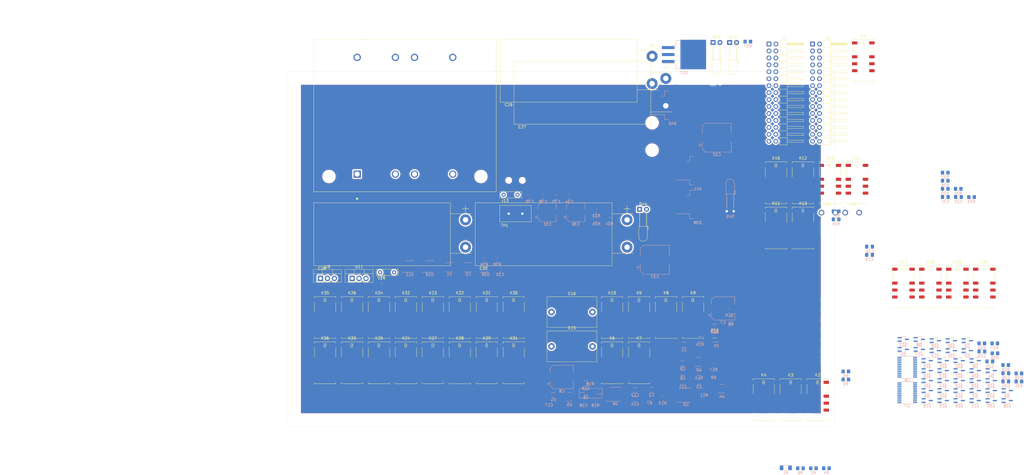
<source format=kicad_pcb>
(kicad_pcb (version 20211014) (generator pcbnew)
  (layers (0 "F.Cu" signal) (31 "B.Cu" signal) (34 "B.Paste" user) (35 "F.Paste" user) (36 "B.SilkS" user "B.Silkscreen") (37 "F.SilkS" user "F.Silkscreen") (38 "B.Mask" user) (39 "F.Mask" user) (44 "Edge.Cuts" user))
  (net 0 "")
  (net 1 "GND")
  (net 2 "+15V")
  (net 3 "-15V")
  (net 4 "Net-(C15-Pad2)")
  (net 5 "/Scope Meas Selector/input_2a")
  (net 6 "Net-(C16-Pad2)")
  (net 7 "/Ammeter and Charge Integrator/charge_int_output")
  (net 8 "Net-(C17-Pad1)")
  (net 9 "Net-(C18-Pad2)")
  (net 10 "/Ammeter and Charge Integrator/ammeter_meas_output")
  (net 11 "/scope_1_n")
  (net 12 "Net-(C19-Pad1)")
  (net 13 "/scope_2_n")
  (net 14 "Net-(C20-Pad1)")
  (net 15 "/ext_meas_phiqi")
  (net 16 "Net-(C21-Pad1)")
  (net 17 "/ext_meas_dut")
  (net 18 "Net-(C22-Pad1)")
  (net 19 "/Power Supplies/unreg_pos_18VDC")
  (net 20 "/Power Supplies/unreg_neg_18VDC")
  (net 21 "+5V")
  (net 22 "Net-(C35-Pad1)")
  (net 23 "+12V")
  (net 24 "Net-(C38-Pad2)")
  (net 25 "3x_gain_en_r")
  (net 26 "dut_sel_10_s")
  (net 27 "3x_gain_en_s")
  (net 28 "dut_sel_14_s")
  (net 29 "dut_sel_13_s")
  (net 30 "cur_volt_mode_sel_s")
  (net 31 "dut_sel_11_s")
  (net 32 "cur_volt_mode_sel_r")
  (net 33 "ext_acdc_n_r")
  (net 34 "dut_sel_1_r")
  (net 35 "dut_sel_10_r")
  (net 36 "dut_sel_11_r")
  (net 37 "Net-(D37-Pad2)")
  (net 38 "Net-(D38-Pad2)")
  (net 39 "Net-(D42-Pad1)")
  (net 40 "Net-(D43-Pad1)")
  (net 41 "Net-(D44-Pad1)")
  (net 42 "Net-(D45-Pad2)")
  (net 43 "Net-(F1-Pad2)")
  (net 44 "Net-(F2-Pad2)")
  (net 45 "/ps_n")
  (net 46 "/ps_p")
  (net 47 "/wg_2")
  (net 48 "/wg_1")
  (net 49 "/trig_2")
  (net 50 "/trig_1")
  (net 51 "/DIO_8")
  (net 52 "/DIO_0")
  (net 53 "/DIO_9")
  (net 54 "/DIO_1")
  (net 55 "/DIO_10")
  (net 56 "/DIO_2")
  (net 57 "/DIO_11")
  (net 58 "/DIO_3")
  (net 59 "/DIO_12")
  (net 60 "/DIO_4")
  (net 61 "/DIO_13")
  (net 62 "/DIO_5")
  (net 63 "/DIO_14")
  (net 64 "/DIO_6")
  (net 65 "/DIO_15")
  (net 66 "/DIO_7")
  (net 67 "Net-(J10-Pad1)")
  (net 68 "Net-(J13-Pad1)")
  (net 69 "Net-(J14-Pad1)")
  (net 70 "/ext_source")
  (net 71 "/Impedance Analyzer/impa_input")
  (net 72 "/Ammeter and Charge Integrator/IV_src_output")
  (net 73 "Net-(K2-Pad3)")
  (net 74 "Net-(K2-Pad4)")
  (net 75 "Net-(K2-Pad5)")
  (net 76 "Net-(K2-Pad8)")
  (net 77 "Net-(K2-Pad9)")
  (net 78 "Net-(K2-Pad10)")
  (net 79 "Net-(K3-Pad4)")
  (net 80 "Net-(K3-Pad8)")
  (net 81 "Net-(K3-Pad9)")
  (net 82 "Net-(K3-Pad10)")
  (net 83 "Net-(K5-Pad4)")
  (net 84 "Net-(K5-Pad8)")
  (net 85 "Net-(K6-Pad8)")
  (net 86 "Net-(K6-Pad9)")
  (net 87 "/Ammeter and Charge Integrator/ammeter_output")
  (net 88 "Net-(K7-Pad5)")
  (net 89 "Net-(K8-Pad3)")
  (net 90 "Net-(K8-Pad4)")
  (net 91 "Net-(K10-Pad5)")
  (net 92 "Net-(K8-Pad9)")
  (net 93 "Net-(K10-Pad10)")
  (net 94 "/Ammeter and Charge Integrator/ammeter_input")
  (net 95 "Net-(K10-Pad9)")
  (net 96 "Net-(K10-Pad4)")
  (net 97 "Net-(K10-Pad3)")
  (net 98 "Net-(K11-Pad3)")
  (net 99 "Net-(K11-Pad10)")
  (net 100 "Net-(J6-Pad1)")
  (net 101 "Net-(J8-Pad1)")
  (net 102 "Net-(J9-Pad1)")
  (net 103 "Net-(J12-Pad1)")
  (net 104 "Net-(K15-Pad4)")
  (net 105 "Net-(K15-Pad9)")
  (net 106 "/ad2_cal_scope_p")
  (net 107 "Net-(K17-Pad4)")
  (net 108 "Net-(K17-Pad9)")
  (net 109 "Net-(K18-Pad4)")
  (net 110 "Net-(K18-Pad9)")
  (net 111 "+3V8")
  (net 112 "Net-(R28-Pad1)")
  (net 113 "Net-(R30-Pad1)")
  (net 114 "Net-(R31-Pad1)")
  (net 115 "Net-(R32-Pad1)")
  (net 116 "Net-(T1-Pad1)")
  (net 117 "Net-(U2-Pad3)")
  (net 118 "Net-(U5-Pad3)")
  (net 119 "/Relay Driver/sd_a_to_b")
  (net 120 "Net-(U7-Pad10)")
  (net 121 "Net-(U8-Pad10)")
  (footprint "Capacitor_THT:C_Rect_L18.0mm_W11.0mm_P15.00mm_FKS3_FKP3" (layer "F.Cu") (at 121.57 125.6)
    (fp_text reference "C15")
    (fp_text value "1u")
  )
  (footprint "Capacitor_THT:C_Rect_L18.0mm_W11.0mm_P15.00mm_FKS3_FKP3" (layer "F.Cu") (at 121.57 113.05)
    (fp_text reference "C16")
    (fp_text value "1u")
  )
  (footprint "MAGI_Footprints:d=22_L=50_Radial_Horiz_P=10" (layer "F.Cu") (at 107.874999 44.395)
    (fp_text reference "C27")
    (fp_text value "4.7m")
  )
  (footprint "MAGI_Footprints:d=22_L=50_Radial_Horiz_P=10" (layer "F.Cu") (at 34.654999 96.085)
    (fp_text reference "C28")
    (fp_text value "4.7m")
  )
  (footprint "MAGI_Footprints:d=22_L=50_Radial_Horiz_P=10" (layer "F.Cu") (at 102.874999 36.295)
    (fp_text reference "C29")
    (fp_text value "4.7m")
  )
  (footprint "MAGI_Footprints:d=22_L=50_Radial_Horiz_P=10" (layer "F.Cu") (at 93.714999 96.085)
    (fp_text reference "C30")
    (fp_text value "4.7m")
  )
  (footprint "Capacitor_SMD:C_0805_2012Metric_Pad1.18x1.45mm_HandSolder" (layer "F.Cu") (at 59.41 101.74)
    (fp_text reference "C40")
    (fp_text value "4.7u")
  )
  (footprint "LED_THT:LED_D3.0mm_Horizontal_O6.35mm_Z2.0mm" (layer "F.Cu") (at 186.7 14.51)
    (fp_text reference "D42")
    (fp_text value "LED")
  )
  (footprint "LED_THT:LED_D3.0mm_Horizontal_O6.35mm_Z2.0mm" (layer "F.Cu") (at 180.65 14.51)
    (fp_text reference "D43")
    (fp_text value "LED")
  )
  (footprint "LED_THT:LED_D3.0mm_Horizontal_O6.35mm_Z2.0mm" (layer "F.Cu") (at 153.8 75.48)
    (fp_text reference "D44")
    (fp_text value "LED")
  )
  (footprint "Connector_PinHeader_2.54mm:PinHeader_2x15_P2.54mm_Horizontal" (layer "F.Cu") (at 201.08 15.06)
    (fp_text reference "J1")
    (fp_text value "AD2 Connector")
  )
  (footprint "Connector_PinHeader_2.54mm:PinHeader_2x15_P2.54mm_Horizontal" (layer "F.Cu") (at 217.03 15.06)
    (fp_text reference "J2")
    (fp_text value "AD2 Connector")
  )
  (footprint "digikey-footprints:Test_Jack_Horiz" (layer "F.Cu") (at 231.52 76.7)
    (fp_text reference "J10")
    (fp_text value "105-1102-001")
  )
  (footprint "digikey-footprints:Test_Jack_Horiz" (layer "F.Cu") (at 222.81 76.7)
    (fp_text reference "J11")
    (fp_text value "105-1102-001")
  )
  (footprint "MAGI_Footprints:p250_spade" (layer "F.Cu") (at 106.622 70.305)
    (fp_text reference "J13")
    (fp_text value "Hot_Spade")
  )
  (footprint "MAGI_Footprints:p250_spade" (layer "F.Cu") (at 61.502 98.665)
    (fp_text reference "J14")
    (fp_text value "Neutral_Spade")
  )
  (footprint "Relay_SMD:Relay_DPDT_Kemet_EE2_NUH" (layer "F.Cu") (at 235.58 21.01)
    (fp_text reference "K1")
    (fp_text value "External Source Enable")
  )
  (footprint "Relay_SMD:Relay_DPDT_Kemet_EE2_NUH" (layer "F.Cu") (at 218.89 145.09)
    (fp_text reference "K2")
    (fp_text value "EC2-12SNU")
  )
  (footprint "Relay_SMD:Relay_DPDT_Kemet_EE2_NUH" (layer "F.Cu") (at 209.04 145.09)
    (fp_text reference "K3")
    (fp_text value "EC2-12SNU")
  )
  (footprint "Relay_SMD:Relay_DPDT_Kemet_EE2_NUH" (layer "F.Cu") (at 199.19 145.09)
    (fp_text reference "K4")
    (fp_text value "EC2-12SNU")
  )
  (footprint "Relay_SMD:Relay_DPDT_Kemet_EE2_NUH" (layer "F.Cu") (at 153.62 115.05)
    (fp_text reference "K5")
    (fp_text value "Integrator Reset")
  )
  (footprint "Relay_SMD:Relay_DPDT_Kemet_EE2_NUH" (layer "F.Cu") (at 143.77 131.6)
    (fp_text reference "K6")
    (fp_text value "I/V Mode Select")
  )
  (footprint "Relay_SMD:Relay_DPDT_Kemet_EE2_NUH" (layer "F.Cu") (at 153.62 131.6)
    (fp_text reference "K7")
    (fp_text value "3x Gain Enable")
  )
  (footprint "Relay_SMD:Relay_DPDT_Kemet_EE2_NUH" (layer "F.Cu") (at 163.47 115.05)
    (fp_text reference "K8")
    (fp_text value "Shunt Select")
  )
  (footprint "Relay_SMD:Relay_DPDT_Kemet_EE2_NUH" (layer "F.Cu") (at 173.32 115.05)
    (fp_text reference "K9")
    (fp_text value "Shunt/Sense Select")
  )
  (footprint "Relay_SMD:Relay_DPDT_Kemet_EE2_NUH" (layer "F.Cu") (at 143.77 115.05)
    (fp_text reference "K10")
    (fp_text value "Sense Select")
  )
  (footprint "Relay_SMD:Relay_DPDT_Kemet_EE2_NUH" (layer "F.Cu") (at 203.68 82.33)
    (fp_text reference "K11")
    (fp_text value "50 Ohm Ena")
  )
  (footprint "Relay_SMD:Relay_DPDT_Kemet_EE2_NUH" (layer "F.Cu") (at 213.53 65.78)
    (fp_text reference "K12")
    (fp_text value "Single/Diff Switch")
  )
  (footprint "Relay_SMD:Relay_DPDT_Kemet_EE2_NUH" (layer "F.Cu") (at 213.53 82.33)
    (fp_text reference "K13")
    (fp_text value "AC/DC Couple")
  )
  (footprint "Relay_SMD:Relay_DPDT_Kemet_EE2_NUH" (layer "F.Cu") (at 233.23 65.78)
    (fp_text reference "K14")
    (fp_text value "AC/DC Couple A")
  )
  (footprint "Relay_SMD:Relay_DPDT_Kemet_EE2_NUH" (layer "F.Cu") (at 223.38 65.78)
    (fp_text reference "K15")
    (fp_text value "Ext Meas Sel B")
  )
  (footprint "Relay_SMD:Relay_DPDT_Kemet_EE2_NUH" (layer "F.Cu") (at 203.68 65.78)
    (fp_text reference "K16")
    (fp_text value "Ext Meas Sel A")
  )
  (footprint "Relay_SMD:Relay_DPDT_Kemet_EE2_NUH" (layer "F.Cu") (at 250.26 103.74)
    (fp_text reference "K17")
    (fp_text value "6x1 Mux Sel A")
  )
  (footprint "Relay_SMD:Relay_DPDT_Kemet_EE2_NUH" (layer "F.Cu") (at 260.11 103.74)
    (fp_text reference "K18")
    (fp_text value "6x1 Mux Sel B")
  )
  (footprint "Relay_SMD:Relay_DPDT_Kemet_EE2_NUH" (layer "F.Cu") (at 269.96 103.74)
    (fp_text reference "K19")
    (fp_text value "6x1 Mux Sel C")
  )
  (footprint "Relay_SMD:Relay_DPDT_Kemet_EE2_NUH" (layer "F.Cu") (at 279.81 103.74)
    (fp_text reference "K20")
    (fp_text value "6x1 Mux Sel C")
  )
  (footprint "Relay_SMD:Relay_DPDT_Kemet_EE2_NUH" (layer "F.Cu") (at 97.93 115.05)
    (fp_text reference "K21")
    (fp_text value "EC2-12SNU")
  )
  (footprint "Relay_SMD:Relay_DPDT_Kemet_EE2_NUH" (layer "F.Cu") (at 88.08 115.05)
    (fp_text reference "K22")
    (fp_text value "EC2-12SNU")
  )
  (footprint "Relay_SMD:Relay_DPDT_Kemet_EE2_NUH" (layer "F.Cu") (at 78.23 115.05)
    (fp_text reference "K23")
    (fp_text value "EC2-12SNU")
  )
  (footprint "Relay_SMD:Relay_DPDT_Kemet_EE2_NUH" (layer "F.Cu") (at 68.38 131.6)
    (fp_text reference "K24")
    (fp_text value "EC2-12SNU")
  )
  (footprint "Relay_SMD:Relay_DPDT_Kemet_EE2_NUH" (layer "F.Cu") (at 58.53 131.6)
    (fp_text reference "K25")
    (fp_text value "EC2-12SNU")
  )
  (footprint "Relay_SMD:Relay_DPDT_Kemet_EE2_NUH" (layer "F.Cu") (at 48.68 115.05)
    (fp_text reference "K26")
    (fp_text value "EC2-12SNU")
  )
  (footprint "Relay_SMD:Relay_DPDT_Kemet_EE2_NUH" (layer "F.Cu") (at 78.23 131.6)
    (fp_text reference "K27")
    (fp_text value "EC2-12SNU")
  )
  (footprint "Relay_SMD:Relay_DPDT_Kemet_EE2_NUH" (layer "F.Cu") (at 88.08 131.6)
    (fp_text reference "K28")
    (fp_text value "EC2-12SNU")
  )
  (footprint "Relay_SMD:Relay_DPDT_Kemet_EE2_NUH" (layer "F.Cu") (at 97.93 131.6)
    (fp_text reference "K29")
    (fp_text value "EC2-12SNU")
  )
  (footprint "Relay_SMD:Relay_DPDT_Kemet_EE2_NUH" (layer "F.Cu") (at 107.78 115.05)
    (fp_text reference "K30")
    (fp_text value "EC2-12SNU")
  )
  (footprint "Relay_SMD:Relay_DPDT_Kemet_EE2_NUH" (layer "F.Cu") (at 107.78 131.6)
    (fp_text reference "K31")
    (fp_text value "EC2-12SNU")
  )
  (footprint "Relay_SMD:Relay_DPDT_Kemet_EE2_NUH" (layer "F.Cu") (at 68.38 115.05)
    (fp_text reference "K32")
    (fp_text value "EC2-12SNU")
  )
  (footprint "Relay_SMD:Relay_DPDT_Kemet_EE2_NUH" (layer "F.Cu") (at 48.68 131.6)
    (fp_text reference "K33")
    (fp_text value "EC2-12SNU")
  )
  (footprint "Relay_SMD:Relay_DPDT_Kemet_EE2_NUH" (layer "F.Cu") (at 58.53 115.05)
    (fp_text reference "K34")
    (fp_text value "EC2-12SNU")
  )
  (footprint "Relay_SMD:Relay_DPDT_Kemet_EE2_NUH" (layer "F.Cu") (at 38.83 115.05)
    (fp_text reference "K35")
    (fp_text value "EC2-12SNU")
  )
  (footprint "Relay_SMD:Relay_DPDT_Kemet_EE2_NUH" (layer "F.Cu") (at 38.83 131.6)
    (fp_text reference "K36")
    (fp_text value "EC2-12SNU")
  )
  (footprint "Resistor_SMD:R_1206_3216Metric_Pad1.30x1.75mm_HandSolder" (layer "F.Cu") (at 181.22 121.62)
    (fp_text reference "R12")
    (fp_text value "1M")
  )
  (footprint "MAGI_Footprints:XFMR_VPP28-1060" (layer "F.Cu") (at 68.0175 41.2849)
    (fp_text reference "T1")
    (fp_text value "VPP28-1060")
  )
  (footprint "MAGI_Footprints:NTC d=11.5 p=5mm w=6mm" (layer "F.Cu") (at 108.435 77.085)
    (fp_text reference "TH1")
    (fp_text value "3.5A max <130C")
  )
  (footprint "Package_TO_SOT_THT:TO-220-3_Vertical" (layer "F.Cu") (at 37.14 100.76)
    (fp_text reference "U9")
    (fp_text value "LT1086-5.0")
  )
  (footprint "Package_TO_SOT_THT:TO-220-3_Vertical" (layer "F.Cu") (at 48.69 100.76)
    (fp_text reference "U11")
    (fp_text value "LT1086-12")
  )
  (footprint "Capacitor_SMD:C_1206_3216Metric_Pad1.33x1.80mm_HandSolder" (layer "B.Cu") (at 170 125)
    (fp_text reference "C1")
    (fp_text value "100n")
  )
  (footprint "Capacitor_SMD:C_1206_3216Metric_Pad1.33x1.80mm_HandSolder" (layer "B.Cu") (at 158.14 141.55)
    (fp_text reference "C2")
    (fp_text value "100n")
  )
  (footprint "Capacitor_SMD:C_1206_3216Metric_Pad1.33x1.80mm_HandSolder" (layer "B.Cu") (at 175.56 138.55)
    (fp_text reference "C3")
    (fp_text value "100n")
  )
  (footprint "Capacitor_SMD:C_1206_3216Metric_Pad1.33x1.80mm_HandSolder" (layer "B.Cu") (at 122.3 143.4)
    (fp_text reference "C4")
    (fp_text value "100n")
  )
  (footprint "Capacitor_SMD:C_1206_3216Metric_Pad1.33x1.80mm_HandSolder" (layer "B.Cu") (at 169.55 135.2)
    (fp_text reference "C5")
    (fp_text value "100n")
  )
  (footprint "Capacitor_SMD:C_1206_3216Metric_Pad1.33x1.80mm_HandSolder" (layer "B.Cu") (at 134.13 142.45)
    (fp_text reference "C6")
    (fp_text value "100n")
  )
  (footprint "Capacitor_SMD:CP_Elec_8x10" (layer "B.Cu") (at 184.305 111.7)
    (fp_text reference "C7")
    (fp_text value "100u")
  )
  (footprint "Capacitor_SMD:CP_Elec_8x10" (layer "B.Cu") (at 125.355 136.8)
    (fp_text reference "C8")
    (fp_text value "100u")
  )
  (footprint "Capacitor_SMD:C_1206_3216Metric_Pad1.33x1.80mm_HandSolder" (layer "B.Cu") (at 169.55 131.85)
    (fp_text reference "C9")
    (fp_text value "100n")
  )
  (footprint "Capacitor_SMD:C_1206_3216Metric_Pad1.33x1.80mm_HandSolder" (layer "B.Cu") (at 134.13 139.1)
    (fp_text reference "C10")
    (fp_text value "100n")
  )
  (footprint "Capacitor_SMD:C_1206_3216Metric_Pad1.33x1.80mm_HandSolder" (layer "B.Cu") (at 169.55 138.55)
    (fp_text reference "C11")
    (fp_text value "100n")
  )
  (footprint "Capacitor_SMD:C_1206_3216Metric_Pad1.33x1.80mm_HandSolder" (layer "B.Cu") (at 152.13 141.55)
    (fp_text reference "C12")
    (fp_text value "100n")
  )
  (footprint "Capacitor_SMD:C_1206_3216Metric_Pad1.33x1.80mm_HandSolder" (layer "B.Cu") (at 181.25 118.3)
    (fp_text reference "C13")
    (fp_text value "100n")
  )
  (footprint "Capacitor_SMD:C_1206_3216Metric_Pad1.33x1.80mm_HandSolder" (layer "B.Cu") (at 152.13 144.9)
    (fp_text reference "C14")
    (fp_text value "100n")
  )
  (footprint "Capacitor_SMD:C_0201_0603Metric_Pad0.64x0.40mm_HandSolder" (layer "B.Cu") (at 120.7 145.95)
    (fp_text reference "C17")
    (fp_text value "33p")
  )
  (footprint "Capacitor_SMD:C_0603_1608Metric_Pad1.08x0.95mm_HandSolder" (layer "B.Cu") (at 133.29 145.75)
    (fp_text reference "C18")
    (fp_text value "6.2p")
  )
  (footprint "Capacitor_SMD:C_0805_2012Metric_Pad1.18x1.45mm_HandSolder" (layer "B.Cu") (at 237.86 92.15)
    (fp_text reference "C19")
    (fp_text value "C_Small")
  )
  (footprint "Capacitor_SMD:C_0805_2012Metric_Pad1.18x1.45mm_HandSolder" (layer "B.Cu") (at 237.86 89.14)
    (fp_text reference "C20")
    (fp_text value "C_Small")
  )
  (footprint "Capacitor_SMD:C_0805_2012Metric_Pad1.18x1.45mm_HandSolder" (layer "B.Cu") (at 265.56 70.99)
    (fp_text reference "C21")
    (fp_text value "C_Small")
  )
  (footprint "Capacitor_SMD:C_0805_2012Metric_Pad1.18x1.45mm_HandSolder" (layer "B.Cu") (at 270.37 70.99)
    (fp_text reference "C22")
    (fp_text value "C_Small")
  )
  (footprint "Capacitor_SMD:C_0805_2012Metric_Pad1.18x1.45mm_HandSolder" (layer "B.Cu") (at 278.92 127.47)
    (fp_text reference "C23")
    (fp_text value "10u")
  )
  (footprint "Capacitor_SMD:C_0805_2012Metric_Pad1.18x1.45mm_HandSolder" (layer "B.Cu") (at 287.67 138.42)
    (fp_text reference "C24")
    (fp_text value "10u")
  )
  (footprint "Capacitor_SMD:C_0805_2012Metric_Pad1.18x1.45mm_HandSolder" (layer "B.Cu") (at 281.82 131.12)
    (fp_text reference "C25")
    (fp_text value "10u")
  )
  (footprint "Capacitor_SMD:C_0805_2012Metric_Pad1.18x1.45mm_HandSolder" (layer "B.Cu") (at 287.67 135.41)
    (fp_text reference "C26")
    (fp_text value "10u")
  )
  (footprint "Capacitor_SMD:CP_Elec_6.3x5.8" (layer "B.Cu") (at 119.97 76.57)
    (fp_text reference "C31")
    (fp_text value "10u")
  )
  (footprint "Capacitor_SMD:CP_Elec_10x10" (layer "B.Cu") (at 182.025 49.29)
    (fp_text reference "C32")
    (fp_text value "150u")
  )
  (footprint "Capacitor_SMD:C_0805_2012Metric_Pad1.18x1.45mm_HandSolder" (layer "B.Cu") (at 102.86 97.66)
    (fp_text reference "C33")
    (fp_text value "10u")
  )
  (footprint "Capacitor_SMD:C_0805_2012Metric_Pad1.18x1.45mm_HandSolder" (layer "B.Cu") (at 128.08 70.99)
    (fp_text reference "C34")
    (fp_text value "4.7u")
  )
  (footprint "Capacitor_SMD:C_0805_2012Metric_Pad1.18x1.45mm_HandSolder" (layer "B.Cu") (at 123.27 70.99)
    (fp_text reference "C35")
    (fp_text value "22u")
  )
  (footprint "Capacitor_SMD:CP_Elec_6.3x5.8" (layer "B.Cu") (at 130.42 76.57)
    (fp_text reference "C36")
    (fp_text value "10u")
  )
  (footprint "Capacitor_SMD:CP_Elec_10x10" (layer "B.Cu") (at 159.335 93.93)
    (fp_text reference "C37")
    (fp_text value "150u")
  )
  (footprint "Capacitor_SMD:C_0805_2012Metric_Pad1.18x1.45mm_HandSolder" (layer "B.Cu") (at 118.46 70.99)
    (fp_text reference "C38")
    (fp_text value "22u")
  )
  (footprint "Capacitor_SMD:C_0805_2012Metric_Pad1.18x1.45mm_HandSolder" (layer "B.Cu") (at 113.65 70.99)
    (fp_text reference "C39")
    (fp_text value "10u")
  )
  (footprint "Package_TO_SOT_SMD:SOT-323_SC-70_Handsoldering" (layer "B.Cu") (at 250.19 126.7)
    (fp_text reference "D1")
    (fp_text value "Vz=+-15V")
  )
  (footprint "Package_TO_SOT_SMD:SOT-323_SC-70_Handsoldering" (layer "B.Cu") (at 273.59 127.15)
    (fp_text reference "D2")
    (fp_text value "Vz=+-15V")
  )
  (footprint "Package_TO_SOT_SMD:SOT-323_SC-70_Handsoldering" (layer "B.Cu") (at 273.59 123.5)
    (fp_text reference "D3")
    (fp_text value "Vz=+-15V")
  )
  (footprint "Package_TO_SOT_SMD:SOT-323_SC-70_Handsoldering" (layer "B.Cu") (at 282.34 134.45)
    (fp_text reference "D4")
    (fp_text value "Vz=+-15V")
  )
  (footprint "Package_TO_SOT_SMD:SOT-323_SC-70_Handsoldering" (layer "B.Cu") (at 288.19 141.75)
    (fp_text reference "D5")
    (fp_text value "Vz=+-15V")
  )
  (footprint "Package_TO_SOT_SMD:SOT-323_SC-70_Handsoldering" (layer "B.Cu") (at 276.49 130.8)
    (fp_text reference "D6")
    (fp_text value "Vz=+-15V")
  )
  (footprint "Package_TO_SOT_SMD:SOT-323_SC-70_Handsoldering" (layer "B.Cu") (at 276.49 141.75)
    (fp_text reference "D7")
    (fp_text value "Vz=+-15V")
  )
  (footprint "Package_TO_SOT_SMD:SOT-323_SC-70_Handsoldering" (layer "B.Cu") (at 256.04 123.05)
    (fp_text reference "D8")
    (fp_text value "Vz=+-15V")
  )
  (footprint "Package_TO_SOT_SMD:SOT-323_SC-70_Handsoldering" (layer "B.Cu") (at 258.94 141.75)
    (fp_text reference "D9")
    (fp_text value "Vz=+-15V")
  )
  (footprint "Package_TO_SOT_SMD:SOT-323_SC-70_Handsoldering" (layer "B.Cu") (at 270.64 138.1)
    (fp_text reference "D10")
    (fp_text value "Vz=+-15V")
  )
  (footprint "Package_TO_SOT_SMD:SOT-323_SC-70_Handsoldering" (layer "B.Cu") (at 276.49 145.4)
    (fp_text reference "D11")
    (fp_text value "Vz=+-15V")
  )
  (footprint "Package_TO_SOT_SMD:SOT-323_SC-70_Handsoldering" (layer "B.Cu") (at 261.89 127.15)
    (fp_text reference "D12")
    (fp_text value "Vz=+-15V")
  )
  (footprint "Package_TO_SOT_SMD:SOT-323_SC-70_Handsoldering" (layer "B.Cu") (at 264.79 134.45)
    (fp_text reference "D13")
    (fp_text value "Vz=+-15V")
  )
  (footprint "Package_TO_SOT_SMD:SOT-323_SC-70_Handsoldering" (layer "B.Cu") (at 264.79 138.1)
    (fp_text reference "D14")
    (fp_text value "Vz=+-15V")
  )
  (footprint "Package_TO_SOT_SMD:SOT-323_SC-70_Handsoldering" (layer "B.Cu") (at 258.94 130.8)
    (fp_text reference "D15")
    (fp_text value "Vz=+-15V")
  )
  (footprint "Package_TO_SOT_SMD:SOT-323_SC-70_Handsoldering" (layer "B.Cu") (at 270.64 141.75)
    (fp_text reference "D16")
    (fp_text value "Vz=+-15V")
  )
  (footprint "Package_TO_SOT_SMD:SOT-323_SC-70_Handsoldering" (layer "B.Cu") (at 256.04 126.7)
    (fp_text reference "D17")
    (fp_text value "Vz=+-15V")
  )
  (footprint "Package_TO_SOT_SMD:SOT-323_SC-70_Handsoldering" (layer "B.Cu") (at 258.94 145.4)
    (fp_text reference "D18")
    (fp_text value "Vz=+-15V")
  )
  (footprint "Package_TO_SOT_SMD:SOT-323_SC-70_Handsoldering" (layer "B.Cu") (at 258.94 134.45)
    (fp_text reference "D19")
    (fp_text value "Vz=+-15V")
  )
  (footprint "Package_TO_SOT_SMD:SOT-323_SC-70_Handsoldering" (layer "B.Cu") (at 282.34 138.1)
    (fp_text reference "D20")
    (fp_text value "Vz=+-15V")
  )
  (footprint "Package_TO_SOT_SMD:SOT-323_SC-70_Handsoldering" (layer "B.Cu") (at 264.79 141.75)
    (fp_text reference "D21")
    (fp_text value "Vz=+-15V")
  )
  (footprint "Package_TO_SOT_SMD:SOT-323_SC-70_Handsoldering" (layer "B.Cu") (at 250.19 123.05)
    (fp_text reference "D22")
    (fp_text value "Vz=+-15V")
  )
  (footprint "Package_TO_SOT_SMD:SOT-323_SC-70_Handsoldering" (layer "B.Cu") (at 264.79 145.4)
    (fp_text reference "D23")
    (fp_text value "Vz=+-15V")
  )
  (footprint "Package_TO_SOT_SMD:SOT-323_SC-70_Handsoldering" (layer "B.Cu") (at 258.94 138.1)
    (fp_text reference "D24")
    (fp_text value "Vz=+-15V")
  )
  (footprint "Package_TO_SOT_SMD:SOT-323_SC-70_Handsoldering" (layer "B.Cu") (at 264.79 130.8)
    (fp_text reference "D25")
    (fp_text value "Vz=+-15V")
  )
  (footprint "Package_TO_SOT_SMD:SOT-323_SC-70_Handsoldering" (layer "B.Cu") (at 270.64 145.4)
    (fp_text reference "D26")
    (fp_text value "Vz=+-15V")
  )
  (footprint "Package_TO_SOT_SMD:SOT-323_SC-70_Handsoldering" (layer "B.Cu") (at 270.64 134.45)
    (fp_text reference "D27")
    (fp_text value "Vz=+-15V")
  )
  (footprint "Package_TO_SOT_SMD:SOT-323_SC-70_Handsoldering" (layer "B.Cu") (at 261.89 123.5)
    (fp_text reference "D28")
    (fp_text value "Vz=+-15V")
  )
  (footprint "Package_TO_SOT_SMD:SOT-323_SC-70_Handsoldering" (layer "B.Cu") (at 276.49 138.1)
    (fp_text reference "D29")
    (fp_text value "Vz=+-15V")
  )
  (footprint "Package_TO_SOT_SMD:SOT-323_SC-70_Handsoldering" (layer "B.Cu") (at 282.34 145.4)
    (fp_text reference "D30")
    (fp_text value "Vz=+-15V")
  )
  (footprint "Package_TO_SOT_SMD:SOT-323_SC-70_Handsoldering" (layer "B.Cu") (at 267.74 127.15)
    (fp_text reference "D31")
    (fp_text value "Vz=+-15V")
  )
  (footprint "Package_TO_SOT_SMD:SOT-323_SC-70_Handsoldering" (layer "B.Cu") (at 270.64 130.8)
    (fp_text reference "D32")
    (fp_text value "Vz=+-15V")
  )
  (footprint "Package_TO_SOT_SMD:SOT-323_SC-70_Handsoldering" (layer "B.Cu") (at 282.34 141.75)
    (fp_text reference "D33")
    (fp_text value "Vz=+-15V")
  )
  (footprint "Package_TO_SOT_SMD:SOT-323_SC-70_Handsoldering" (layer "B.Cu") (at 276.49 134.45)
    (fp_text reference "D34")
    (fp_text value "Vz=+-15V")
  )
  (footprint "Package_TO_SOT_SMD:SOT-323_SC-70_Handsoldering" (layer "B.Cu") (at 267.74 123.5)
    (fp_text reference "D35")
    (fp_text value "Vz=+-15V")
  )
  (footprint "Package_TO_SOT_SMD:SOT-323_SC-70_Handsoldering" (layer "B.Cu") (at 288.19 145.4)
    (fp_text reference "D36")
    (fp_text value "Vz=+-15V")
  )
  (footprint "Package_TO_SOT_SMD:TO-263-3_TabPin2" (layer "B.Cu") (at 170.03 18.91)
    (fp_text reference "D37")
    (fp_text value "D")
  )
  (footprint "Package_TO_SOT_SMD:TO-263-3_TabPin2" (layer "B.Cu") (at 175.03 73.74)
    (fp_text reference "D38")
    (fp_text value "D")
  )
  (footprint "Package_TO_SOT_SMD:SOT-323_SC-70_Handsoldering" (layer "B.Cu") (at 97.53 97.34)
    (fp_text reference "D39")
    (fp_text value "20V Clamp")
  )
  (footprint "Package_TO_SOT_SMD:TO-263-3_TabPin2" (layer "B.Cu") (at 165.87 37.47)
    (fp_text reference "D40")
    (fp_text value "D")
  )
  (footprint "Package_TO_SOT_SMD:TO-263-3_TabPin2" (layer "B.Cu") (at 175.03 61.39)
    (fp_text reference "D41")
    (fp_text value "D")
  )
  (footprint "LED_THT:LED_D3.0mm_Horizontal_O6.35mm_Z2.0mm" (layer "B.Cu") (at 185.65 76.19)
    (fp_text reference "D45")
    (fp_text value "LED")
  )
  (footprint "Fuse:Fuse_1812_4532Metric" (layer "B.Cu") (at 84.18 96.69)
    (fp_text reference "F1")
    (fp_text value "1 A")
  )
  (footprint "Fuse:Fuse_1812_4532Metric" (layer "B.Cu") (at 91.13 96.69)
    (fp_text reference "F2")
    (fp_text value "1 A")
  )
  (footprint "Resistor_SMD:R_1206_3216Metric_Pad1.30x1.75mm_HandSolder" (layer "B.Cu") (at 207.24 169.99)
    (fp_text reference "R1")
    (fp_text value "1M")
  )
  (footprint "Resistor_SMD:R_0805_2012Metric_Pad1.20x1.40mm_HandSolder" (layer "B.Cu") (at 217.34 170.16)
    (fp_text reference "R2")
    (fp_text value "100K")
  )
  (footprint "Resistor_SMD:R_0805_2012Metric_Pad1.20x1.40mm_HandSolder" (layer "B.Cu") (at 229.19 137.71)
    (fp_text reference "R3")
    (fp_text value "10K")
  )
  (footprint "Resistor_SMD:R_0805_2012Metric_Pad1.20x1.40mm_HandSolder" (layer "B.Cu") (at 222.09 170.16)
    (fp_text reference "R4")
    (fp_text value "1K")
  )
  (footprint "Resistor_SMD:R_0805_2012Metric_Pad1.20x1.40mm_HandSolder" (layer "B.Cu") (at 229.19 134.76)
    (fp_text reference "R5")
    (fp_text value "100R")
  )
  (footprint "Resistor_SMD:R_0805_2012Metric_Pad1.20x1.40mm_HandSolder" (layer "B.Cu") (at 212.59 170.16)
    (fp_text reference "R6")
    (fp_text value "10R")
  )
  (footprint "Resistor_SMD:R_0805_2012Metric_Pad1.20x1.40mm_HandSolder" (layer "B.Cu") (at 157.51 144.7)
    (fp_text reference "R7")
    (fp_text value "5K")
  )
  (footprint "Resistor_SMD:R_1206_3216Metric_Pad1.30x1.75mm_HandSolder" (layer "B.Cu") (at 187.23 115.73)
    (fp_text reference "R8")
    (fp_text value "1M")
  )
  (footprint "Resistor_SMD:R_0805_2012Metric_Pad1.20x1.40mm_HandSolder" (layer "B.Cu") (at 180.88 135.4)
    (fp_text reference "R9")
    (fp_text value "56K")
  )
  (footprint "Resistor_SMD:R_0805_2012Metric_Pad1.20x1.40mm_HandSolder" (layer "B.Cu") (at 186.57 112.55)
    (fp_text reference "R10")
    (fp_text value "5K")
  )
  (footprint "Resistor_SMD:R_0805_2012Metric_Pad1.20x1.40mm_HandSolder" (layer "B.Cu") (at 177.37 141.85)
    (fp_text reference "R11")
    (fp_text value "11.8K")
  )
  (footprint "Resistor_SMD:R_0805_2012Metric_Pad1.20x1.40mm_HandSolder" (layer "B.Cu") (at 162.26 144.7)
    (fp_text reference "R13")
    (fp_text value "5.9K")
  )
  (footprint "Resistor_SMD:R_1206_3216Metric_Pad1.30x1.75mm_HandSolder" (layer "B.Cu") (at 175.53 135.23)
    (fp_text reference "R14")
    (fp_text value "14.7K")
  )
  (footprint "Resistor_SMD:R_1206_3216Metric_Pad1.30x1.75mm_HandSolder" (layer "B.Cu") (at 175.98 123.03)
    (fp_text reference "R15")
    (fp_text value "14.7K")
  )
  (footprint "Resistor_SMD:R_0805_2012Metric_Pad1.20x1.40mm_HandSolder" (layer "B.Cu") (at 181.19 118.61)
    (fp_text reference "R16")
    (fp_text value "10R")
  )
  (footprint "Resistor_SMD:R_0805_2012Metric_Pad1.20x1.40mm_HandSolder" (layer "B.Cu") (at 180.88 132.45)
    (fp_text reference "R17")
    (fp_text value "10K")
  )
  (footprint "MAGI_Footprints:CSM_Vishay_Shunt_4term" (layer "B.Cu") (at 135.7998 142.467)
    (fp_text reference "R18")
    (fp_text value "0R01")
  )
  (footprint "Resistor_SMD:R_0603_1608Metric_Pad0.98x0.95mm_HandSolder" (layer "B.Cu") (at 137.64 145.75)
    (fp_text reference "R19")
    (fp_text value "150R")
  )
  (footprint "Resistor_SMD:R_0805_2012Metric_Pad1.20x1.40mm_HandSolder" (layer "B.Cu") (at 265.53 68.01)
    (fp_text reference "R20")
    (fp_text value "49.9R")
  )
  (footprint "Resistor_SMD:R_0805_2012Metric_Pad1.20x1.40mm_HandSolder" (layer "B.Cu") (at 225.64 76.23)
    (fp_text reference "R21")
    (fp_text value "49.9R")
  )
  (footprint "Resistor_SMD:R_0805_2012Metric_Pad1.20x1.40mm_HandSolder" (layer "B.Cu") (at 265.53 62.11)
    (fp_text reference "R22")
    (fp_text value "49.9R")
  )
  (footprint "Resistor_SMD:R_0805_2012Metric_Pad1.20x1.40mm_HandSolder" (layer "B.Cu") (at 275.15 71.02)
    (fp_text reference "R23")
    (fp_text value "27M")
  )
  (footprint "Resistor_SMD:R_0805_2012Metric_Pad1.20x1.40mm_HandSolder" (layer "B.Cu") (at 225.64 79.18)
    (fp_text reference "R24")
    (fp_text value "27M")
  )
  (footprint "Resistor_SMD:R_0805_2012Metric_Pad1.20x1.40mm_HandSolder" (layer "B.Cu") (at 270.28 68.01)
    (fp_text reference "R25")
    (fp_text value "27M")
  )
  (footprint "Resistor_SMD:R_0805_2012Metric_Pad1.20x1.40mm_HandSolder" (layer "B.Cu") (at 265.53 65.06)
    (fp_text reference "R26")
    (fp_text value "27M")
  )
  (footprint "Resistor_SMD:R_0805_2012Metric_Pad1.20x1.40mm_HandSolder" (layer "B.Cu") (at 283.64 124.49)
    (fp_text reference "R27")
    (fp_text value "2.430K")
  )
  (footprint "Resistor_SMD:R_0805_2012Metric_Pad1.20x1.40mm_HandSolder" (layer "B.Cu") (at 292.45 135.5)
    (fp_text reference "R28")
    (fp_text value "270")
  )
  (footprint "Resistor_SMD:R_0805_2012Metric_Pad1.20x1.40mm_HandSolder" (layer "B.Cu") (at 287.64 132.43)
    (fp_text reference "R29")
    (fp_text value "1.150K")
  )
  (footprint "Resistor_SMD:R_0805_2012Metric_Pad1.20x1.40mm_HandSolder" (layer "B.Cu") (at 283.7 128.14)
    (fp_text reference "R30")
    (fp_text value "270")
  )
  (footprint "Resistor_SMD:R_0805_2012Metric_Pad1.20x1.40mm_HandSolder" (layer "B.Cu") (at 292.45 138.45)
    (fp_text reference "R31")
    (fp_text value "270")
  )
  (footprint "Resistor_SMD:R_0805_2012Metric_Pad1.20x1.40mm_HandSolder" (layer "B.Cu") (at 278.89 124.49)
    (fp_text reference "R32")
    (fp_text value "270")
  )
  (footprint "Resistor_SMD:R_0805_2012Metric_Pad1.20x1.40mm_HandSolder" (layer "B.Cu") (at 138.02 76.22)
    (fp_text reference "R33")
    (fp_text value "270R")
  )
  (footprint "Resistor_SMD:R_0805_2012Metric_Pad1.20x1.40mm_HandSolder" (layer "B.Cu") (at 142.77 79.17)
    (fp_text reference "R34")
    (fp_text value "750R")
  )
  (footprint "Resistor_SMD:R_0805_2012Metric_Pad1.20x1.40mm_HandSolder" (layer "B.Cu") (at 138.02 79.17)
    (fp_text reference "R35")
    (fp_text value "150k")
  )
  (footprint "Resistor_SMD:R_0805_2012Metric_Pad1.20x1.40mm_HandSolder" (layer "B.Cu") (at 96.98 94.04)
    (fp_text reference "R36")
    (fp_text value "620R")
  )
  (footprint "Resistor_SMD:R_0805_2012Metric_Pad1.20x1.40mm_HandSolder" (layer "B.Cu") (at 193.35 14.21)
    (fp_text reference "R37")
    (fp_text value "150k")
  )
  (footprint "Resistor_SMD:R_0805_2012Metric_Pad1.20x1.40mm_HandSolder" (layer "B.Cu") (at 101.73 94.04)
    (fp_text reference "R38")
    (fp_text value "750R")
  )
  (footprint "Package_TO_SOT_SMD:SOT-23-5_HandSoldering" (layer "B.Cu") (at 181.86 122.41)
    (fp_text reference "U1")
    (fp_text value "OPA192")
  )
  (footprint "Package_TO_SOT_SMD:SOT-23-5_HandSoldering" (layer "B.Cu") (at 175.46 131.26)
    (fp_text reference "U2")
    (fp_text value "OPA189")
  )
  (footprint "Package_SO:SOIC-8_3.9x4.9mm_P1.27mm" (layer "B.Cu") (at 170.77 143.45)
    (fp_text reference "U3")
    (fp_text value "OPA551U")
  )
  (footprint "Package_TO_SOT_SMD:SOT-23-5_HandSoldering" (layer "B.Cu") (at 183.91 141.06)
    (fp_text reference "U4")
    (fp_text value "OPA192")
  )
  (footprint "Package_TO_SOT_SMD:SOT-23-5_HandSoldering" (layer "B.Cu") (at 128.21 144.05)
    (fp_text reference "U5")
    (fp_text value "OPA189")
  )
  (footprint "Package_SO:SOIC-8_3.9x4.9mm_P1.27mm" (layer "B.Cu") (at 144.9 143.1)
    (fp_text reference "U6")
    (fp_text value "OPA1611")
  )
  (footprint "Package_SO:TSSOP-24_4.4x7.8mm_P0.65mm" (layer "B.Cu") (at 251.64 142.55)
    (fp_text reference "U7")
    (fp_text value "ADG1414BRU")
  )
  (footprint "Package_SO:TSSOP-24_4.4x7.8mm_P0.65mm" (layer "B.Cu") (at 251.64 133.2)
    (fp_text reference "U8")
    (fp_text value "ADG1414BRU")
  )
  (footprint "Package_SO:MSOP-12-1EP_3x4mm_P0.65mm_EP1.65x2.85mm" (layer "B.Cu") (at 77.06 96.39)
    (fp_text reference "U10")
    (fp_text value "LT3045xMSE-1")
  )
  (footprint "Package_SO:MSOP-12-1EP_3x4mm_P0.65mm_EP1.65x2.85mm" (layer "B.Cu") (at 69.77 96.39)
    (fp_text reference "U12")
    (fp_text value "LT3094xMSE")
  )
  (gr_line (start 25 155) (end 25 25) (layer "Edge.Cuts") (width 0.05))
  (gr_line (start 225 25) (end 225 155) (layer "Edge.Cuts") (width 0.05))
  (gr_line (start 225 155) (end 25 155) (layer "Edge.Cuts") (width 0.05))
  (gr_line (start 25 25) (end 225 25) (layer "Edge.Cuts") (width 0.05))
  (zone (net 0) (net_name "") (layer "F.Cu") (connect_pads (clearance 0.508)) (min_thickness 0.254) (fill yes (thermal_gap 0.508) (thermal_bridge_width 0.508))
    (polygon (pts (xy 220 150) (xy 30 150) (xy 30 30) (xy 220 30)))
  )
  (zone (net 0) (net_name "") (layer "B.Cu") (connect_pads (clearance 0.508)) (min_thickness 0.254) (fill yes (thermal_gap 0.508) (thermal_bridge_width 0.508))
    (polygon (pts (xy 220 150) (xy 30 150) (xy 30 30) (xy 220 30)))
  )
)
</source>
